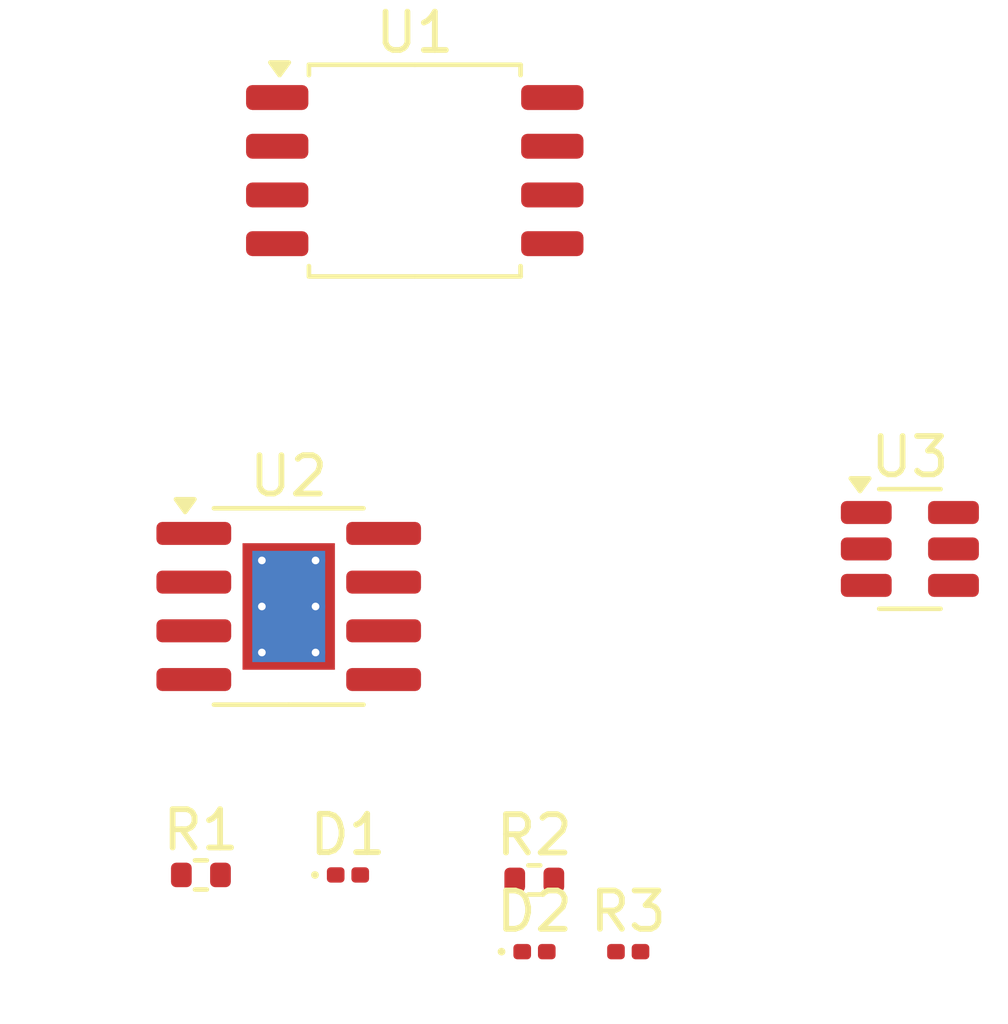
<source format=kicad_pcb>
(kicad_pcb (version 20241229) (generator "pcbnew") (generator_version "9.0")
  (layers (0 "F.Cu" signal) (2 "B.Cu" signal) (13 "F.Paste" user) (15 "B.Paste" user) (5 "F.SilkS" user "F.Silkscreen") (7 "B.SilkS" user "B.Silkscreen") (1 "F.Mask" user) (3 "B.Mask" user) (25 "Edge.Cuts" user))
  (net 0 "")
  (net 1 "Net-(D1-K)")
  (net 2 "Net-(D1-A)")
  (net 3 "Net-(U2-~{STDBY})")
  (net 17 "Net-(U2-~{CHRG})")
  (net 25 "Net-(D2-K)")
  (net 26 "Net-(U2-PROG)")
  (footprint "Package_SO:SOIC-8_5.3x5.3mm_P1.27mm" (layer "F.Cu") (at 107.0875 67.135)
    (property "Reference" "U1" (at 0 -3.6 0) (layer "F.SilkS"))
    (property "Value" "ATtiny85-20S")
    (fp_line (start -2.76 -2.76) (end -2.76 -2.49) (stroke (width 0.12)) (layer "F.SilkS"))
    (fp_line (start -2.76 2.76) (end -2.76 2.49) (stroke (width 0.12)) (layer "F.SilkS"))
    (fp_line (start 0 -2.76) (end -2.76 -2.76) (stroke (width 0.12)) (layer "F.SilkS"))
    (fp_line (start 0 -2.76) (end 2.76 -2.76) (stroke (width 0.12)) (layer "F.SilkS"))
    (fp_line (start 0 2.76) (end -2.76 2.76) (stroke (width 0.12)) (layer "F.SilkS"))
    (fp_line (start 0 2.76) (end 2.76 2.76) (stroke (width 0.12)) (layer "F.SilkS"))
    (fp_line (start 2.76 -2.76) (end 2.76 -2.49) (stroke (width 0.12)) (layer "F.SilkS"))
    (fp_line (start 2.76 2.76) (end 2.76 2.49) (stroke (width 0.12)) (layer "F.SilkS"))
    (fp_poly (pts (xy -3.525 -2.49) (xy -3.765 -2.82) (xy -3.285 -2.82)) (stroke (width 0.12)) (fill yes) (layer "F.SilkS"))
    (pad "1" smd roundrect (at -3.5875 -1.905) (size 1.625 0.65) (layers "F.Cu" "F.Mask" "F.Paste"))
    (pad "2" smd roundrect (at -3.5875 -0.635) (size 1.625 0.65) (layers "F.Cu" "F.Mask" "F.Paste"))
    (pad "3" smd roundrect (at -3.5875 0.635) (size 1.625 0.65) (layers "F.Cu" "F.Mask" "F.Paste"))
    (pad "4" smd roundrect (at -3.5875 1.905) (size 1.625 0.65) (layers "F.Cu" "F.Mask" "F.Paste"))
    (pad "5" smd roundrect (at 3.5875 1.905) (size 1.625 0.65) (layers "F.Cu" "F.Mask" "F.Paste"))
    (pad "6" smd roundrect (at 3.5875 0.635) (size 1.625 0.65) (layers "F.Cu" "F.Mask" "F.Paste"))
    (pad "7" smd roundrect (at 3.5875 -0.635) (size 1.625 0.65) (layers "F.Cu" "F.Mask" "F.Paste"))
    (pad "8" smd roundrect (at 3.5875 -1.905) (size 1.625 0.65) (layers "F.Cu" "F.Mask" "F.Paste"))
  )
  (footprint "Resistor_SMD:R_0402_1005Metric" (layer "F.Cu") (at 110.205 85.63)
    (property "Reference" "R2" (at 0 -1.17 0) (layer "F.SilkS"))
    (property "Value" "1K")
    (fp_line (start -0.153641 -0.38) (end 0.153641 -0.38) (stroke (width 0.12)) (layer "F.SilkS"))
    (fp_line (start -0.153641 0.38) (end 0.153641 0.38) (stroke (width 0.12)) (layer "F.SilkS"))
    (pad "1" smd roundrect (at -0.51 0) (size 0.54 0.64) (layers "F.Cu" "F.Mask" "F.Paste") (net 17 "Net-(U2-~{CHRG})"))
    (pad "2" smd roundrect (at 0.51 0) (size 0.54 0.64) (layers "F.Cu" "F.Mask" "F.Paste") (net 25 "Net-(D2-K)"))
  )
  (footprint "Resistor_SMD:R_0402_1005Metric" (layer "F.Cu") (at 101.51 85.5)
    (property "Reference" "R1" (at 0 -1.17 0) (layer "F.SilkS"))
    (property "Value" "1K")
    (fp_line (start -0.153641 -0.38) (end 0.153641 -0.38) (stroke (width 0.12)) (layer "F.SilkS"))
    (fp_line (start -0.153641 0.38) (end 0.153641 0.38) (stroke (width 0.12)) (layer "F.SilkS"))
    (pad "1" smd roundrect (at -0.51 0) (size 0.54 0.64) (layers "F.Cu" "F.Mask" "F.Paste") (net 3 "Net-(U2-~{STDBY})"))
    (pad "2" smd roundrect (at 0.51 0) (size 0.54 0.64) (layers "F.Cu" "F.Mask" "F.Paste") (net 1 "Net-(D1-K)"))
  )
  (footprint "LED_SMD:LED_0201_0603Metric" (layer "F.Cu") (at 105.345 85.5)
    (property "Reference" "D1" (at 0 -1.05 0) (layer "F.SilkS"))
    (property "Value" "Green")
    (fp_circle (center -0.86 0) (end -0.81 0) (stroke (width 0.1)) (fill no) (layer "F.SilkS"))
    (pad "1" smd roundrect (at -0.32 0) (size 0.46 0.4) (layers "F.Cu" "F.Mask") (net 1 "Net-(D1-K)"))
    (pad "2" smd roundrect (at 0.32 0) (size 0.46 0.4) (layers "F.Cu" "F.Mask") (net 2 "Net-(D1-A)"))
  )
  (footprint "Package_TO_SOT_SMD:SOT-23-6" (layer "F.Cu") (at 120 77)
    (property "Reference" "U3" (at 0 -2.4 0) (layer "F.SilkS"))
    (property "Value" "DW01A")
    (fp_line (start 0 -1.56) (end -0.8 -1.56) (stroke (width 0.12)) (layer "F.SilkS"))
    (fp_line (start 0 -1.56) (end 0.8 -1.56) (stroke (width 0.12)) (layer "F.SilkS"))
    (fp_line (start 0 1.56) (end -0.8 1.56) (stroke (width 0.12)) (layer "F.SilkS"))
    (fp_line (start 0 1.56) (end 0.8 1.56) (stroke (width 0.12)) (layer "F.SilkS"))
    (fp_poly (pts (xy -1.3 -1.51) (xy -1.54 -1.84) (xy -1.06 -1.84)) (stroke (width 0.12)) (fill yes) (layer "F.SilkS"))
    (pad "1" smd roundrect (at -1.1375 -0.95) (size 1.325 0.6) (layers "F.Cu" "F.Mask" "F.Paste"))
    (pad "2" smd roundrect (at -1.1375 0) (size 1.325 0.6) (layers "F.Cu" "F.Mask" "F.Paste"))
    (pad "3" smd roundrect (at -1.1375 0.95) (size 1.325 0.6) (layers "F.Cu" "F.Mask" "F.Paste"))
    (pad "4" smd roundrect (at 1.1375 0.95) (size 1.325 0.6) (layers "F.Cu" "F.Mask" "F.Paste"))
    (pad "5" smd roundrect (at 1.1375 0) (size 1.325 0.6) (layers "F.Cu" "F.Mask" "F.Paste"))
    (pad "6" smd roundrect (at 1.1375 -0.95) (size 1.325 0.6) (layers "F.Cu" "F.Mask" "F.Paste"))
  )
  (footprint "LED_SMD:LED_0201_0603Metric" (layer "F.Cu") (at 110.21 87.5)
    (property "Reference" "D2" (at 0 -1.05 0) (layer "F.SilkS"))
    (property "Value" "Red")
    (fp_circle (center -0.86 0) (end -0.81 0) (stroke (width 0.1)) (fill no) (layer "F.SilkS"))
    (pad "1" smd roundrect (at -0.32 0) (size 0.46 0.4) (layers "F.Cu" "F.Mask") (net 25 "Net-(D2-K)"))
    (pad "2" smd roundrect (at 0.32 0) (size 0.46 0.4) (layers "F.Cu" "F.Mask") (net 2 "Net-(D1-A)"))
  )
  (footprint "Resistor_SMD:R_0201_0603Metric" (layer "F.Cu") (at 112.655 87.5)
    (property "Reference" "R3" (at 0 -1.05 0) (layer "F.SilkS"))
    (property "Value" "1.2K")
    (pad "1" smd roundrect (at -0.32 0) (size 0.46 0.4) (layers "F.Cu" "F.Mask") (net 26 "Net-(U2-PROG)"))
    (pad "2" smd roundrect (at 0.32 0) (size 0.46 0.4) (layers "F.Cu" "F.Mask"))
  )
  (footprint "Package_SO:SOIC-8-1EP_3.9x4.9mm_P1.27mm_EP2.41x3.3mm_ThermalVias" (layer "F.Cu") (at 103.8 78.5)
    (property "Reference" "U2" (at 0 -3.4 0) (layer "F.SilkS"))
    (property "Value" "TP4056-42-ESOP8")
    (fp_line (start 0 -2.56) (end -1.95 -2.56) (stroke (width 0.12)) (layer "F.SilkS"))
    (fp_line (start 0 -2.56) (end 1.95 -2.56) (stroke (width 0.12)) (layer "F.SilkS"))
    (fp_line (start 0 2.56) (end -1.95 2.56) (stroke (width 0.12)) (layer "F.SilkS"))
    (fp_line (start 0 2.56) (end 1.95 2.56) (stroke (width 0.12)) (layer "F.SilkS"))
    (fp_poly (pts (xy -2.7 -2.465) (xy -2.94 -2.795) (xy -2.46 -2.795)) (stroke (width 0.12)) (fill yes) (layer "F.SilkS"))
    (pad "1" smd roundrect (at -2.475 -1.905) (size 1.95 0.6) (layers "F.Cu" "F.Mask" "F.Paste"))
    (pad "2" smd roundrect (at -2.475 -0.635) (size 1.95 0.6) (layers "F.Cu" "F.Mask" "F.Paste") (net 26 "Net-(U2-PROG)"))
    (pad "3" smd roundrect (at -2.475 0.635) (size 1.95 0.6) (layers "F.Cu" "F.Mask" "F.Paste"))
    (pad "4" smd roundrect (at -2.475 1.905) (size 1.95 0.6) (layers "F.Cu" "F.Mask" "F.Paste"))
    (pad "5" smd roundrect (at 2.475 1.905) (size 1.95 0.6) (layers "F.Cu" "F.Mask" "F.Paste"))
    (pad "6" smd roundrect (at 2.475 0.635) (size 1.95 0.6) (layers "F.Cu" "F.Mask" "F.Paste") (net 3 "Net-(U2-~{STDBY})"))
    (pad "7" smd roundrect (at 2.475 -0.635) (size 1.95 0.6) (layers "F.Cu" "F.Mask" "F.Paste") (net 17 "Net-(U2-~{CHRG})"))
    (pad "8" smd roundrect (at 2.475 -1.905) (size 1.95 0.6) (layers "F.Cu" "F.Mask" "F.Paste"))
    (pad "9" thru_hole circle (at -0.7 -1.2) (size 0.5 0.5) (drill 0.2) (property pad_prop_heatsink) (layers "*.Cu"))
    (pad "9" thru_hole circle (at -0.7 0) (size 0.5 0.5) (drill 0.2) (property pad_prop_heatsink) (layers "*.Cu"))
    (pad "9" thru_hole circle (at -0.7 1.2) (size 0.5 0.5) (drill 0.2) (property pad_prop_heatsink) (layers "*.Cu"))
    (pad "9" smd rect (at 0 0) (size 1.9 2.9) (property pad_prop_heatsink) (layers "B.Cu"))
    (pad "9" smd rect (at 0 0) (size 2.41 3.3) (property pad_prop_heatsink) (layers "F.Cu" "F.Mask"))
    (pad "9" thru_hole circle (at 0.7 -1.2) (size 0.5 0.5) (drill 0.2) (property pad_prop_heatsink) (layers "*.Cu"))
    (pad "9" thru_hole circle (at 0.7 0) (size 0.5 0.5) (drill 0.2) (property pad_prop_heatsink) (layers "*.Cu"))
    (pad "9" thru_hole circle (at 0.7 1.2) (size 0.5 0.5) (drill 0.2) (property pad_prop_heatsink) (layers "*.Cu"))
  )
)
</source>
